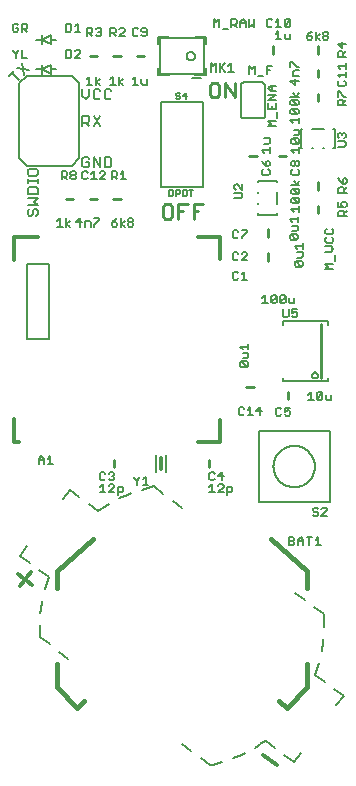
<source format=gbr>
G75*
%MOIN*%
%OFA0B0*%
%FSLAX25Y25*%
%IPPOS*%
%LPD*%
%AMOC8*
5,1,8,0,0,1.08239X$1,22.5*
%
%ADD10C,0.00600*%
%ADD11C,0.00900*%
%ADD12C,0.00500*%
%ADD13C,0.00800*%
%ADD14C,0.01000*%
%ADD15C,0.01600*%
%ADD16C,0.01200*%
%ADD17C,0.01181*%
D10*
X0025891Y0227128D02*
X0025891Y0224859D01*
X0027025Y0223725D01*
X0028159Y0224859D01*
X0028159Y0227128D01*
X0031842Y0226561D02*
X0031275Y0227128D01*
X0030141Y0227128D01*
X0029574Y0226561D01*
X0029574Y0224292D01*
X0030141Y0223725D01*
X0031275Y0223725D01*
X0031842Y0224292D01*
X0035525Y0226561D02*
X0034958Y0227128D01*
X0033824Y0227128D01*
X0033257Y0226561D01*
X0033257Y0224292D01*
X0033824Y0223725D01*
X0034958Y0223725D01*
X0035525Y0224292D01*
X0028159Y0203923D02*
X0027592Y0204490D01*
X0026458Y0204490D01*
X0025891Y0203923D01*
X0025891Y0201655D01*
X0026458Y0201087D01*
X0027592Y0201087D01*
X0028159Y0201655D01*
X0028159Y0202789D01*
X0027025Y0202789D01*
X0029574Y0201087D02*
X0029574Y0204490D01*
X0031842Y0201087D01*
X0031842Y0204490D01*
X0033257Y0204490D02*
X0033257Y0201087D01*
X0034958Y0201087D01*
X0035525Y0201655D01*
X0035525Y0203923D01*
X0034958Y0204490D01*
X0033257Y0204490D01*
X0004739Y0230065D02*
X0002333Y0232471D01*
X0001531Y0231669D02*
X0003135Y0233273D01*
X0004135Y0234273D02*
X0008145Y0233471D01*
X0006541Y0231867D02*
X0005739Y0235878D01*
X0025891Y0214867D02*
X0025891Y0218270D01*
X0027592Y0218270D01*
X0028159Y0217703D01*
X0028159Y0216568D01*
X0027592Y0216001D01*
X0025891Y0216001D01*
X0027025Y0216001D02*
X0028159Y0214867D01*
X0031842Y0214867D02*
X0029574Y0218270D01*
X0031842Y0218270D02*
X0029574Y0214867D01*
X0008183Y0187116D02*
X0007616Y0186549D01*
X0007616Y0185414D01*
X0008183Y0184847D01*
X0008750Y0184847D01*
X0009317Y0185414D01*
X0009317Y0186549D01*
X0009885Y0187116D01*
X0010452Y0187116D01*
X0011019Y0186549D01*
X0011019Y0185414D01*
X0010452Y0184847D01*
X0007616Y0188530D02*
X0011019Y0188530D01*
X0009885Y0189665D01*
X0011019Y0190799D01*
X0007616Y0190799D01*
X0007616Y0192214D02*
X0011019Y0192214D01*
X0011019Y0193915D01*
X0010452Y0194482D01*
X0008183Y0194482D01*
X0007616Y0193915D01*
X0007616Y0192214D01*
X0011019Y0195897D02*
X0011019Y0197031D01*
X0011019Y0196464D02*
X0007616Y0196464D01*
X0007616Y0195897D02*
X0007616Y0197031D01*
X0007616Y0200054D02*
X0007616Y0198919D01*
X0008183Y0198352D01*
X0010452Y0198352D01*
X0011019Y0198919D01*
X0011019Y0200054D01*
X0010452Y0200621D01*
X0008183Y0200621D01*
X0007616Y0200054D01*
X0084409Y0185346D02*
X0090787Y0185346D01*
X0090787Y0196543D02*
X0084409Y0196543D01*
X0090787Y0193000D02*
X0090787Y0188890D01*
X0084409Y0192630D02*
X0084409Y0193000D01*
X0084409Y0189260D02*
X0084409Y0188890D01*
X0084409Y0196173D02*
X0084409Y0196543D01*
X0084409Y0185717D02*
X0084409Y0185346D01*
X0090787Y0185346D02*
X0090787Y0185717D01*
X0090787Y0196173D02*
X0090787Y0196543D01*
X0078677Y0218425D02*
X0078677Y0228425D01*
X0086677Y0218425D02*
X0086675Y0218365D01*
X0086670Y0218304D01*
X0086661Y0218245D01*
X0086648Y0218186D01*
X0086632Y0218127D01*
X0086612Y0218070D01*
X0086589Y0218015D01*
X0086562Y0217960D01*
X0086533Y0217908D01*
X0086500Y0217857D01*
X0086464Y0217808D01*
X0086426Y0217762D01*
X0086384Y0217718D01*
X0086340Y0217676D01*
X0086294Y0217638D01*
X0086245Y0217602D01*
X0086194Y0217569D01*
X0086142Y0217540D01*
X0086087Y0217513D01*
X0086032Y0217490D01*
X0085975Y0217470D01*
X0085916Y0217454D01*
X0085857Y0217441D01*
X0085798Y0217432D01*
X0085737Y0217427D01*
X0085677Y0217425D01*
X0086677Y0228425D02*
X0086675Y0228485D01*
X0086670Y0228546D01*
X0086661Y0228605D01*
X0086648Y0228664D01*
X0086632Y0228723D01*
X0086612Y0228780D01*
X0086589Y0228835D01*
X0086562Y0228890D01*
X0086533Y0228942D01*
X0086500Y0228993D01*
X0086464Y0229042D01*
X0086426Y0229088D01*
X0086384Y0229132D01*
X0086340Y0229174D01*
X0086294Y0229212D01*
X0086245Y0229248D01*
X0086194Y0229281D01*
X0086142Y0229310D01*
X0086087Y0229337D01*
X0086032Y0229360D01*
X0085975Y0229380D01*
X0085916Y0229396D01*
X0085857Y0229409D01*
X0085798Y0229418D01*
X0085737Y0229423D01*
X0085677Y0229425D01*
X0079677Y0229425D02*
X0079617Y0229423D01*
X0079556Y0229418D01*
X0079497Y0229409D01*
X0079438Y0229396D01*
X0079379Y0229380D01*
X0079322Y0229360D01*
X0079267Y0229337D01*
X0079212Y0229310D01*
X0079160Y0229281D01*
X0079109Y0229248D01*
X0079060Y0229212D01*
X0079014Y0229174D01*
X0078970Y0229132D01*
X0078928Y0229088D01*
X0078890Y0229042D01*
X0078854Y0228993D01*
X0078821Y0228942D01*
X0078792Y0228890D01*
X0078765Y0228835D01*
X0078742Y0228780D01*
X0078722Y0228723D01*
X0078706Y0228664D01*
X0078693Y0228605D01*
X0078684Y0228546D01*
X0078679Y0228485D01*
X0078677Y0228425D01*
X0078677Y0218425D02*
X0078679Y0218365D01*
X0078684Y0218304D01*
X0078693Y0218245D01*
X0078706Y0218186D01*
X0078722Y0218127D01*
X0078742Y0218070D01*
X0078765Y0218015D01*
X0078792Y0217960D01*
X0078821Y0217908D01*
X0078854Y0217857D01*
X0078890Y0217808D01*
X0078928Y0217762D01*
X0078970Y0217718D01*
X0079014Y0217676D01*
X0079060Y0217638D01*
X0079109Y0217602D01*
X0079160Y0217569D01*
X0079212Y0217540D01*
X0079267Y0217513D01*
X0079322Y0217490D01*
X0079379Y0217470D01*
X0079438Y0217454D01*
X0079497Y0217441D01*
X0079556Y0217432D01*
X0079617Y0217427D01*
X0079677Y0217425D01*
X0085677Y0217425D01*
X0085677Y0229425D02*
X0079677Y0229425D01*
X0086677Y0228425D02*
X0086677Y0218425D01*
X0109929Y0213819D02*
X0109929Y0207441D01*
X0098732Y0207441D02*
X0098732Y0213819D01*
X0102276Y0213819D02*
X0106386Y0213819D01*
X0102646Y0207441D02*
X0102276Y0207441D01*
X0106016Y0207441D02*
X0106386Y0207441D01*
X0099102Y0207441D02*
X0098732Y0207441D01*
X0109559Y0207441D02*
X0109929Y0207441D01*
X0109929Y0213819D02*
X0109559Y0213819D01*
X0099102Y0213819D02*
X0098732Y0213819D01*
D11*
X0054967Y0188717D02*
X0053399Y0188717D01*
X0052615Y0187933D01*
X0052615Y0184797D01*
X0053399Y0184013D01*
X0054967Y0184013D01*
X0055751Y0184797D01*
X0055751Y0187933D01*
X0054967Y0188717D01*
X0057772Y0184013D02*
X0057772Y0188717D01*
X0060908Y0188717D01*
X0059340Y0186365D02*
X0057772Y0186365D01*
X0062928Y0184013D02*
X0062928Y0188717D01*
X0066064Y0188717D01*
X0064496Y0186365D02*
X0062928Y0186365D01*
X0070715Y0229071D02*
X0069147Y0229071D01*
X0068363Y0228287D01*
X0068363Y0225151D01*
X0069147Y0224367D01*
X0070715Y0224367D01*
X0071499Y0225151D01*
X0071499Y0228287D01*
X0070715Y0229071D01*
X0073520Y0224367D02*
X0073520Y0229071D01*
X0076656Y0224367D01*
X0076656Y0229071D01*
D12*
X0109494Y0167081D02*
X0106792Y0167081D01*
X0107693Y0167981D01*
X0106792Y0168882D01*
X0109494Y0168882D01*
X0109944Y0170027D02*
X0109944Y0171829D01*
X0106792Y0172974D02*
X0108593Y0172974D01*
X0109494Y0173875D01*
X0108593Y0174775D01*
X0106792Y0174775D01*
X0107242Y0177722D02*
X0106792Y0177271D01*
X0106792Y0176371D01*
X0107242Y0175920D01*
X0109044Y0175920D01*
X0109494Y0176371D01*
X0109494Y0177271D01*
X0109044Y0177722D01*
X0107242Y0180668D02*
X0106792Y0180218D01*
X0106792Y0179317D01*
X0107242Y0178867D01*
X0109044Y0178867D01*
X0109494Y0179317D01*
X0109494Y0180218D01*
X0109044Y0180668D01*
X0081451Y0232041D02*
X0081451Y0234744D01*
X0082352Y0233843D01*
X0083252Y0234744D01*
X0083252Y0232041D01*
X0084397Y0231591D02*
X0086199Y0231591D01*
X0087344Y0232041D02*
X0087344Y0234744D01*
X0089145Y0234744D01*
X0088245Y0233392D02*
X0087344Y0233392D01*
X0069640Y0247789D02*
X0069640Y0250492D01*
X0070541Y0249591D01*
X0071441Y0250492D01*
X0071441Y0247789D01*
X0072586Y0247339D02*
X0074388Y0247339D01*
X0075533Y0247789D02*
X0075533Y0250492D01*
X0076884Y0250492D01*
X0077334Y0250041D01*
X0077334Y0249141D01*
X0076884Y0248690D01*
X0075533Y0248690D01*
X0076434Y0248690D02*
X0077334Y0247789D01*
X0078479Y0247789D02*
X0078479Y0249591D01*
X0079380Y0250492D01*
X0080281Y0249591D01*
X0080281Y0247789D01*
X0080281Y0249141D02*
X0078479Y0249141D01*
X0081426Y0250492D02*
X0081426Y0247789D01*
X0082327Y0248690D01*
X0083227Y0247789D01*
X0083227Y0250492D01*
X0020427Y0240157D02*
X0020427Y0237455D01*
X0021778Y0237455D01*
X0022229Y0237905D01*
X0022229Y0239707D01*
X0021778Y0240157D01*
X0020427Y0240157D01*
X0025175Y0237455D02*
X0023374Y0237455D01*
X0025175Y0239256D01*
X0025175Y0239707D01*
X0024725Y0240157D01*
X0023824Y0240157D01*
X0023374Y0239707D01*
X0002711Y0240157D02*
X0002711Y0239707D01*
X0003611Y0238806D01*
X0004512Y0239707D01*
X0004512Y0240157D01*
X0003611Y0238806D02*
X0003611Y0237455D01*
X0005657Y0240157D02*
X0005657Y0237455D01*
X0007459Y0237455D01*
X0020427Y0249015D02*
X0020427Y0246313D01*
X0021778Y0246313D01*
X0022229Y0246763D01*
X0022229Y0248565D01*
X0021778Y0249015D01*
X0020427Y0249015D01*
X0023374Y0248115D02*
X0024274Y0249015D01*
X0024274Y0246313D01*
X0023374Y0246313D02*
X0025175Y0246313D01*
X0004512Y0248565D02*
X0004062Y0249015D01*
X0003161Y0249015D01*
X0002711Y0248565D01*
X0002711Y0246763D01*
X0003161Y0246313D01*
X0004062Y0246313D01*
X0004512Y0246763D01*
X0004512Y0247664D01*
X0003611Y0247664D01*
X0005657Y0246313D02*
X0005657Y0249015D01*
X0007008Y0249015D01*
X0007459Y0248565D01*
X0007459Y0247664D01*
X0007008Y0247214D01*
X0005657Y0247214D01*
X0006558Y0247214D02*
X0007459Y0246313D01*
X0027317Y0244837D02*
X0027317Y0247539D01*
X0028668Y0247539D01*
X0029118Y0247089D01*
X0029118Y0246188D01*
X0028668Y0245737D01*
X0027317Y0245737D01*
X0028218Y0245737D02*
X0029118Y0244837D01*
X0030263Y0247089D02*
X0030714Y0247539D01*
X0031615Y0247539D01*
X0032065Y0247089D01*
X0032065Y0246638D01*
X0031615Y0246188D01*
X0031164Y0246188D01*
X0031615Y0246188D02*
X0032065Y0245737D01*
X0032065Y0245287D01*
X0031615Y0244837D01*
X0030714Y0244837D01*
X0030263Y0245287D01*
X0027317Y0230398D02*
X0028218Y0231299D01*
X0028218Y0228596D01*
X0029118Y0228596D02*
X0027317Y0228596D01*
X0030263Y0228596D02*
X0030263Y0231299D01*
X0031615Y0228596D02*
X0030263Y0229497D01*
X0031615Y0230398D01*
X0035191Y0244837D02*
X0035191Y0247539D01*
X0036542Y0247539D01*
X0036992Y0247089D01*
X0036992Y0246188D01*
X0036542Y0245737D01*
X0035191Y0245737D01*
X0036092Y0245737D02*
X0036992Y0244837D01*
X0039939Y0244837D02*
X0038137Y0244837D01*
X0039939Y0246638D01*
X0039939Y0247089D01*
X0039489Y0247539D01*
X0038588Y0247539D01*
X0038137Y0247089D01*
X0035191Y0230398D02*
X0036092Y0231299D01*
X0036092Y0228596D01*
X0036992Y0228596D02*
X0035191Y0228596D01*
X0038137Y0228596D02*
X0038137Y0231299D01*
X0039489Y0228596D02*
X0038137Y0229497D01*
X0039489Y0230398D01*
X0094738Y0075053D02*
X0094738Y0077755D01*
X0096089Y0077755D01*
X0096540Y0077305D01*
X0096540Y0076855D01*
X0096089Y0076404D01*
X0096540Y0075954D01*
X0096540Y0075504D01*
X0096089Y0075053D01*
X0094738Y0075053D01*
X0094738Y0076404D02*
X0096089Y0076404D01*
X0097685Y0075053D02*
X0097685Y0076855D01*
X0098585Y0077755D01*
X0099486Y0076855D01*
X0099486Y0075053D01*
X0099486Y0076404D02*
X0097685Y0076404D01*
X0101532Y0075053D02*
X0101532Y0077755D01*
X0100631Y0077755D02*
X0102433Y0077755D01*
X0103578Y0076855D02*
X0104479Y0077755D01*
X0104479Y0075053D01*
X0105379Y0075053D02*
X0103578Y0075053D01*
X0077839Y0165888D02*
X0077389Y0166338D01*
X0076488Y0166338D01*
X0076037Y0165888D01*
X0076037Y0164086D01*
X0076488Y0163636D01*
X0077389Y0163636D01*
X0077839Y0164086D01*
X0078984Y0165437D02*
X0079885Y0166338D01*
X0079885Y0163636D01*
X0080785Y0163636D02*
X0078984Y0163636D01*
X0085880Y0157563D02*
X0086781Y0158464D01*
X0086781Y0155762D01*
X0087681Y0155762D02*
X0085880Y0155762D01*
X0088826Y0156212D02*
X0088826Y0158014D01*
X0089277Y0158464D01*
X0090178Y0158464D01*
X0090628Y0158014D01*
X0090628Y0156212D01*
X0090178Y0155762D01*
X0089277Y0155762D01*
X0088826Y0156212D01*
X0090628Y0158014D01*
X0091773Y0156212D02*
X0091773Y0158014D01*
X0092223Y0158464D01*
X0093124Y0158464D01*
X0093574Y0158014D01*
X0093574Y0156212D01*
X0093124Y0155762D01*
X0092223Y0155762D01*
X0091773Y0156212D01*
X0093574Y0158014D01*
X0094719Y0157563D02*
X0094719Y0156212D01*
X0095170Y0155762D01*
X0096521Y0155762D01*
X0096521Y0157563D01*
X0086081Y0200378D02*
X0085630Y0199928D01*
X0085630Y0199027D01*
X0086081Y0198577D01*
X0087882Y0198577D01*
X0088333Y0199027D01*
X0088333Y0199928D01*
X0087882Y0200378D01*
X0085630Y0203325D02*
X0086081Y0202424D01*
X0086982Y0201523D01*
X0087882Y0201523D01*
X0088333Y0201974D01*
X0088333Y0202874D01*
X0087882Y0203325D01*
X0087432Y0203325D01*
X0086982Y0202874D01*
X0086982Y0201523D01*
X0086531Y0205959D02*
X0085630Y0206859D01*
X0088333Y0206859D01*
X0088333Y0205959D02*
X0088333Y0207760D01*
X0086531Y0208905D02*
X0087882Y0208905D01*
X0088333Y0209356D01*
X0088333Y0210707D01*
X0086531Y0210707D01*
X0095923Y0200378D02*
X0095473Y0199928D01*
X0095473Y0199027D01*
X0095923Y0198577D01*
X0097725Y0198577D01*
X0098175Y0199027D01*
X0098175Y0199928D01*
X0097725Y0200378D01*
X0095923Y0201523D02*
X0095473Y0201974D01*
X0095473Y0202874D01*
X0095923Y0203325D01*
X0096374Y0203325D01*
X0096824Y0202874D01*
X0097274Y0203325D01*
X0097725Y0203325D01*
X0098175Y0202874D01*
X0098175Y0201974D01*
X0097725Y0201523D01*
X0097274Y0201523D01*
X0096824Y0201974D01*
X0096374Y0201523D01*
X0095923Y0201523D01*
X0096824Y0201974D02*
X0096824Y0202874D01*
X0096374Y0205959D02*
X0095473Y0206859D01*
X0098175Y0206859D01*
X0098175Y0205959D02*
X0098175Y0207760D01*
X0097725Y0208905D02*
X0095923Y0208905D01*
X0095473Y0209356D01*
X0095473Y0210256D01*
X0095923Y0210707D01*
X0097725Y0210707D01*
X0098175Y0210256D01*
X0098175Y0209356D01*
X0097725Y0208905D01*
X0095923Y0210707D01*
X0096374Y0211852D02*
X0097725Y0211852D01*
X0098175Y0212302D01*
X0098175Y0213653D01*
X0096374Y0213653D01*
X0113923Y0184797D02*
X0111221Y0184797D01*
X0111221Y0186148D01*
X0111671Y0186599D01*
X0112572Y0186599D01*
X0113022Y0186148D01*
X0113022Y0184797D01*
X0113022Y0185698D02*
X0113923Y0186599D01*
X0111221Y0189545D02*
X0111221Y0187744D01*
X0112572Y0187744D01*
X0112122Y0188645D01*
X0112122Y0189095D01*
X0112572Y0189545D01*
X0113473Y0189545D01*
X0113923Y0189095D01*
X0113923Y0188194D01*
X0113473Y0187744D01*
X0111426Y0229925D02*
X0110976Y0229474D01*
X0110976Y0228573D01*
X0111426Y0228123D01*
X0113228Y0228123D01*
X0113678Y0228573D01*
X0113678Y0229474D01*
X0113228Y0229925D01*
X0111877Y0231070D02*
X0110976Y0231970D01*
X0113678Y0231970D01*
X0113678Y0231070D02*
X0113678Y0232871D01*
X0111877Y0234016D02*
X0110976Y0234917D01*
X0113678Y0234917D01*
X0113678Y0234016D02*
X0113678Y0235818D01*
X0097930Y0229966D02*
X0095228Y0229966D01*
X0096579Y0228615D01*
X0096579Y0230417D01*
X0097930Y0231562D02*
X0096129Y0231562D01*
X0096129Y0232913D01*
X0096579Y0233363D01*
X0097930Y0233363D01*
X0095228Y0234508D02*
X0095228Y0236310D01*
X0095678Y0236310D01*
X0097480Y0234508D01*
X0097930Y0234508D01*
X0076527Y0190715D02*
X0078779Y0190715D01*
X0079230Y0191166D01*
X0079230Y0192066D01*
X0078779Y0192517D01*
X0076527Y0192517D01*
X0079230Y0195463D02*
X0079230Y0193662D01*
X0077428Y0195463D01*
X0076978Y0195463D01*
X0076527Y0195013D01*
X0076527Y0194112D01*
X0076978Y0193662D01*
X0092195Y0120528D02*
X0091745Y0120978D01*
X0090844Y0120978D01*
X0090393Y0120528D01*
X0090393Y0118726D01*
X0090844Y0118276D01*
X0091745Y0118276D01*
X0092195Y0118726D01*
X0095142Y0120978D02*
X0093340Y0120978D01*
X0093340Y0119627D01*
X0094241Y0120077D01*
X0094691Y0120077D01*
X0095142Y0119627D01*
X0095142Y0118726D01*
X0094691Y0118276D01*
X0093790Y0118276D01*
X0093340Y0118726D01*
X0101155Y0125328D02*
X0102055Y0126229D01*
X0102055Y0123526D01*
X0101155Y0123526D02*
X0102956Y0123526D01*
X0104101Y0123977D02*
X0104101Y0125778D01*
X0104551Y0126229D01*
X0105452Y0126229D01*
X0105903Y0125778D01*
X0105903Y0123977D01*
X0105452Y0123526D01*
X0104551Y0123526D01*
X0104101Y0123977D01*
X0105903Y0125778D01*
X0107048Y0125328D02*
X0107048Y0123977D01*
X0107498Y0123526D01*
X0108849Y0123526D01*
X0108849Y0125328D01*
X0043065Y0097933D02*
X0043065Y0097482D01*
X0043966Y0096581D01*
X0044866Y0097482D01*
X0044866Y0097933D01*
X0043966Y0096581D02*
X0043966Y0095230D01*
X0046011Y0097032D02*
X0046912Y0097933D01*
X0046912Y0095230D01*
X0046011Y0095230D02*
X0047813Y0095230D01*
X0033548Y0098959D02*
X0033097Y0099409D01*
X0032196Y0099409D01*
X0031746Y0098959D01*
X0031746Y0097157D01*
X0032196Y0096707D01*
X0033097Y0096707D01*
X0033548Y0097157D01*
X0034693Y0098959D02*
X0035143Y0099409D01*
X0036044Y0099409D01*
X0036494Y0098959D01*
X0036494Y0098508D01*
X0036044Y0098058D01*
X0035593Y0098058D01*
X0036044Y0098058D02*
X0036494Y0097607D01*
X0036494Y0097157D01*
X0036044Y0096707D01*
X0035143Y0096707D01*
X0034693Y0097157D01*
X0031746Y0094571D02*
X0032647Y0095472D01*
X0032647Y0092770D01*
X0031746Y0092770D02*
X0033548Y0092770D01*
X0036494Y0092770D02*
X0034693Y0092770D01*
X0036494Y0094571D01*
X0036494Y0095022D01*
X0036044Y0095472D01*
X0035143Y0095472D01*
X0034693Y0095022D01*
X0037639Y0091869D02*
X0037639Y0094571D01*
X0038990Y0094571D01*
X0039441Y0094121D01*
X0039441Y0093220D01*
X0038990Y0092770D01*
X0037639Y0092770D01*
X0069965Y0098959D02*
X0069515Y0099409D01*
X0068614Y0099409D01*
X0068163Y0098959D01*
X0068163Y0097157D01*
X0068614Y0096707D01*
X0069515Y0096707D01*
X0069965Y0097157D01*
X0072461Y0096707D02*
X0072461Y0099409D01*
X0071110Y0098058D01*
X0072911Y0098058D01*
X0068163Y0094571D02*
X0069064Y0095472D01*
X0069064Y0092770D01*
X0068163Y0092770D02*
X0069965Y0092770D01*
X0072911Y0092770D02*
X0071110Y0092770D01*
X0072911Y0094571D01*
X0072911Y0095022D01*
X0072461Y0095472D01*
X0071560Y0095472D01*
X0071110Y0095022D01*
X0074056Y0091869D02*
X0074056Y0094571D01*
X0075408Y0094571D01*
X0075858Y0094121D01*
X0075858Y0093220D01*
X0075408Y0092770D01*
X0074056Y0092770D01*
X0090423Y0214704D02*
X0087721Y0214704D01*
X0088622Y0215604D01*
X0087721Y0216505D01*
X0090423Y0216505D01*
X0090873Y0217650D02*
X0090873Y0219452D01*
X0087721Y0222398D02*
X0087721Y0220597D01*
X0090423Y0220597D01*
X0090423Y0222398D01*
X0089072Y0221497D02*
X0089072Y0220597D01*
X0090423Y0223543D02*
X0087721Y0223543D01*
X0090423Y0225345D01*
X0087721Y0225345D01*
X0090423Y0226490D02*
X0088622Y0226490D01*
X0087721Y0227390D01*
X0088622Y0228291D01*
X0090423Y0228291D01*
X0089072Y0228291D02*
X0089072Y0226490D01*
X0007402Y0168701D02*
X0014902Y0168701D01*
X0014902Y0143701D01*
X0007402Y0143701D01*
X0007402Y0168701D01*
X0011325Y0102089D02*
X0011325Y0103891D01*
X0012226Y0104792D01*
X0013127Y0103891D01*
X0013127Y0102089D01*
X0013127Y0103441D02*
X0011325Y0103441D01*
X0014272Y0103891D02*
X0015173Y0104792D01*
X0015173Y0102089D01*
X0014272Y0102089D02*
X0016074Y0102089D01*
X0077839Y0179667D02*
X0077389Y0180118D01*
X0076488Y0180118D01*
X0076037Y0179667D01*
X0076037Y0177866D01*
X0076488Y0177415D01*
X0077389Y0177415D01*
X0077839Y0177866D01*
X0078984Y0180118D02*
X0080785Y0180118D01*
X0080785Y0179667D01*
X0078984Y0177866D01*
X0078984Y0177415D01*
X0097233Y0176923D02*
X0095431Y0176923D01*
X0094981Y0177374D01*
X0094981Y0178274D01*
X0095431Y0178725D01*
X0097233Y0178725D01*
X0097683Y0178274D01*
X0097683Y0177374D01*
X0097233Y0176923D01*
X0095431Y0178725D01*
X0095882Y0179870D02*
X0097233Y0179870D01*
X0097683Y0180320D01*
X0097683Y0181671D01*
X0095882Y0181671D01*
X0095882Y0182816D02*
X0094981Y0183717D01*
X0097683Y0183717D01*
X0097683Y0182816D02*
X0097683Y0184618D01*
X0110976Y0207940D02*
X0113228Y0207940D01*
X0113678Y0208390D01*
X0113678Y0209291D01*
X0113228Y0209741D01*
X0110976Y0209741D01*
X0111426Y0210886D02*
X0110976Y0211337D01*
X0110976Y0212237D01*
X0111426Y0212688D01*
X0111877Y0212688D01*
X0112327Y0212237D01*
X0112327Y0211787D01*
X0112327Y0212237D02*
X0112778Y0212688D01*
X0113228Y0212688D01*
X0113678Y0212237D01*
X0113678Y0211337D01*
X0113228Y0210886D01*
X0066457Y0244094D02*
X0066457Y0232283D01*
X0051654Y0232283D01*
X0051654Y0244094D01*
X0066457Y0244094D01*
X0060616Y0238189D02*
X0060618Y0238263D01*
X0060624Y0238337D01*
X0060634Y0238410D01*
X0060647Y0238483D01*
X0060665Y0238555D01*
X0060686Y0238626D01*
X0060712Y0238696D01*
X0060740Y0238764D01*
X0060773Y0238831D01*
X0060809Y0238896D01*
X0060848Y0238958D01*
X0060891Y0239019D01*
X0060936Y0239077D01*
X0060985Y0239133D01*
X0061037Y0239186D01*
X0061091Y0239237D01*
X0061148Y0239284D01*
X0061208Y0239328D01*
X0061270Y0239369D01*
X0061334Y0239407D01*
X0061399Y0239441D01*
X0061467Y0239471D01*
X0061536Y0239498D01*
X0061606Y0239522D01*
X0061678Y0239541D01*
X0061750Y0239557D01*
X0061823Y0239569D01*
X0061897Y0239577D01*
X0061971Y0239581D01*
X0062045Y0239581D01*
X0062119Y0239577D01*
X0062193Y0239569D01*
X0062266Y0239557D01*
X0062338Y0239541D01*
X0062410Y0239522D01*
X0062480Y0239498D01*
X0062549Y0239471D01*
X0062617Y0239441D01*
X0062682Y0239407D01*
X0062746Y0239369D01*
X0062808Y0239328D01*
X0062868Y0239284D01*
X0062925Y0239237D01*
X0062979Y0239186D01*
X0063031Y0239133D01*
X0063080Y0239077D01*
X0063125Y0239019D01*
X0063168Y0238958D01*
X0063207Y0238896D01*
X0063243Y0238831D01*
X0063276Y0238764D01*
X0063304Y0238696D01*
X0063330Y0238626D01*
X0063351Y0238555D01*
X0063369Y0238483D01*
X0063382Y0238410D01*
X0063392Y0238337D01*
X0063398Y0238263D01*
X0063400Y0238189D01*
X0063398Y0238115D01*
X0063392Y0238041D01*
X0063382Y0237968D01*
X0063369Y0237895D01*
X0063351Y0237823D01*
X0063330Y0237752D01*
X0063304Y0237682D01*
X0063276Y0237614D01*
X0063243Y0237547D01*
X0063207Y0237482D01*
X0063168Y0237420D01*
X0063125Y0237359D01*
X0063080Y0237301D01*
X0063031Y0237245D01*
X0062979Y0237192D01*
X0062925Y0237141D01*
X0062868Y0237094D01*
X0062808Y0237050D01*
X0062746Y0237009D01*
X0062682Y0236971D01*
X0062617Y0236937D01*
X0062549Y0236907D01*
X0062480Y0236880D01*
X0062410Y0236856D01*
X0062338Y0236837D01*
X0062266Y0236821D01*
X0062193Y0236809D01*
X0062119Y0236801D01*
X0062045Y0236797D01*
X0061971Y0236797D01*
X0061897Y0236801D01*
X0061823Y0236809D01*
X0061750Y0236821D01*
X0061678Y0236837D01*
X0061606Y0236856D01*
X0061536Y0236880D01*
X0061467Y0236907D01*
X0061399Y0236937D01*
X0061334Y0236971D01*
X0061270Y0237009D01*
X0061208Y0237050D01*
X0061148Y0237094D01*
X0061091Y0237141D01*
X0061037Y0237192D01*
X0060985Y0237245D01*
X0060936Y0237301D01*
X0060891Y0237359D01*
X0060848Y0237420D01*
X0060809Y0237482D01*
X0060773Y0237547D01*
X0060740Y0237614D01*
X0060712Y0237682D01*
X0060686Y0237752D01*
X0060665Y0237823D01*
X0060647Y0237895D01*
X0060634Y0237968D01*
X0060624Y0238041D01*
X0060618Y0238115D01*
X0060616Y0238189D01*
X0062402Y0230906D02*
X0065354Y0230906D01*
X0066929Y0242126D02*
X0066929Y0244488D01*
X0063386Y0244488D01*
X0066929Y0234252D02*
X0066929Y0231890D01*
X0063386Y0231890D01*
X0054724Y0231890D02*
X0051181Y0231890D01*
X0051181Y0234252D01*
X0054724Y0244488D02*
X0051181Y0244488D01*
X0051181Y0242126D01*
X0068656Y0233026D02*
X0068656Y0235728D01*
X0069556Y0234827D01*
X0070457Y0235728D01*
X0070457Y0233026D01*
X0071602Y0233026D02*
X0071602Y0235728D01*
X0071602Y0233926D02*
X0073404Y0235728D01*
X0072052Y0234377D02*
X0073404Y0233026D01*
X0074549Y0234827D02*
X0075449Y0235728D01*
X0075449Y0233026D01*
X0074549Y0233026D02*
X0076350Y0233026D01*
X0044374Y0247089D02*
X0043924Y0247539D01*
X0043023Y0247539D01*
X0042573Y0247089D01*
X0042573Y0245287D01*
X0043023Y0244837D01*
X0043924Y0244837D01*
X0044374Y0245287D01*
X0045519Y0245287D02*
X0045970Y0244837D01*
X0046870Y0244837D01*
X0047321Y0245287D01*
X0047321Y0247089D01*
X0046870Y0247539D01*
X0045970Y0247539D01*
X0045519Y0247089D01*
X0045519Y0246638D01*
X0045970Y0246188D01*
X0047321Y0246188D01*
X0042573Y0230398D02*
X0043474Y0231299D01*
X0043474Y0228596D01*
X0044374Y0228596D02*
X0042573Y0228596D01*
X0045519Y0230398D02*
X0045519Y0229047D01*
X0045970Y0228596D01*
X0047321Y0228596D01*
X0047321Y0230398D01*
X0113923Y0192671D02*
X0111221Y0192671D01*
X0111221Y0194022D01*
X0111671Y0194473D01*
X0112572Y0194473D01*
X0113022Y0194022D01*
X0113022Y0192671D01*
X0113022Y0193572D02*
X0113923Y0194473D01*
X0111221Y0197419D02*
X0111671Y0196519D01*
X0112572Y0195618D01*
X0113473Y0195618D01*
X0113923Y0196068D01*
X0113923Y0196969D01*
X0113473Y0197419D01*
X0113022Y0197419D01*
X0112572Y0196969D01*
X0112572Y0195618D01*
X0096374Y0186274D02*
X0095473Y0187174D01*
X0098175Y0187174D01*
X0098175Y0186274D02*
X0098175Y0188075D01*
X0097725Y0189220D02*
X0095923Y0189220D01*
X0095473Y0189671D01*
X0095473Y0190571D01*
X0095923Y0191022D01*
X0097725Y0191022D01*
X0098175Y0190571D01*
X0098175Y0189671D01*
X0097725Y0189220D01*
X0095923Y0191022D01*
X0097725Y0192167D02*
X0095923Y0192167D01*
X0095473Y0192617D01*
X0095473Y0193518D01*
X0095923Y0193968D01*
X0097725Y0193968D01*
X0098175Y0193518D01*
X0098175Y0192617D01*
X0097725Y0192167D01*
X0095923Y0193968D01*
X0095473Y0195113D02*
X0098175Y0195113D01*
X0098175Y0196464D02*
X0097274Y0195113D01*
X0096374Y0196464D01*
X0113678Y0237959D02*
X0110976Y0237959D01*
X0110976Y0239310D01*
X0111426Y0239761D01*
X0112327Y0239761D01*
X0112778Y0239310D01*
X0112778Y0237959D01*
X0112778Y0238860D02*
X0113678Y0239761D01*
X0113678Y0242257D02*
X0110976Y0242257D01*
X0112327Y0240906D01*
X0112327Y0242707D01*
X0102463Y0246307D02*
X0101562Y0245857D01*
X0100661Y0244956D01*
X0100661Y0244055D01*
X0101112Y0243605D01*
X0102013Y0243605D01*
X0102463Y0244055D01*
X0102463Y0244506D01*
X0102013Y0244956D01*
X0100661Y0244956D01*
X0103608Y0243605D02*
X0103608Y0246307D01*
X0104959Y0243605D02*
X0103608Y0244506D01*
X0104959Y0245407D01*
X0106063Y0245857D02*
X0106514Y0246307D01*
X0107414Y0246307D01*
X0107865Y0245857D01*
X0107865Y0245407D01*
X0107414Y0244956D01*
X0107865Y0244506D01*
X0107865Y0244055D01*
X0107414Y0243605D01*
X0106514Y0243605D01*
X0106063Y0244055D01*
X0106063Y0244506D01*
X0106514Y0244956D01*
X0106063Y0245407D01*
X0106063Y0245857D01*
X0106514Y0244956D02*
X0107414Y0244956D01*
X0113678Y0221719D02*
X0110976Y0221719D01*
X0110976Y0223070D01*
X0111426Y0223521D01*
X0112327Y0223521D01*
X0112778Y0223070D01*
X0112778Y0221719D01*
X0112778Y0222620D02*
X0113678Y0223521D01*
X0110976Y0224666D02*
X0110976Y0226467D01*
X0111426Y0226467D01*
X0113228Y0224666D01*
X0113678Y0224666D01*
X0096129Y0215825D02*
X0095228Y0216726D01*
X0097930Y0216726D01*
X0097930Y0215825D02*
X0097930Y0217627D01*
X0097480Y0218772D02*
X0095678Y0218772D01*
X0095228Y0219222D01*
X0095228Y0220123D01*
X0095678Y0220573D01*
X0097480Y0220573D01*
X0097930Y0220123D01*
X0097930Y0219222D01*
X0097480Y0218772D01*
X0095678Y0220573D01*
X0097480Y0221718D02*
X0095678Y0221718D01*
X0095228Y0222169D01*
X0095228Y0223069D01*
X0095678Y0223520D01*
X0097480Y0223520D01*
X0097930Y0223069D01*
X0097930Y0222169D01*
X0097480Y0221718D01*
X0095678Y0223520D01*
X0095228Y0224665D02*
X0097930Y0224665D01*
X0097930Y0226016D02*
X0097030Y0224665D01*
X0096129Y0226016D01*
X0089158Y0250041D02*
X0088707Y0250492D01*
X0087807Y0250492D01*
X0087356Y0250041D01*
X0087356Y0248240D01*
X0087807Y0247789D01*
X0088707Y0247789D01*
X0089158Y0248240D01*
X0090303Y0249591D02*
X0091204Y0250492D01*
X0091204Y0247789D01*
X0092104Y0247789D02*
X0090303Y0247789D01*
X0093249Y0248240D02*
X0093249Y0250041D01*
X0093700Y0250492D01*
X0094600Y0250492D01*
X0095051Y0250041D01*
X0095051Y0248240D01*
X0094600Y0247789D01*
X0093700Y0247789D01*
X0093249Y0248240D01*
X0095051Y0250041D01*
X0090309Y0245654D02*
X0091210Y0246555D01*
X0091210Y0243852D01*
X0090309Y0243852D02*
X0092111Y0243852D01*
X0093256Y0245654D02*
X0093256Y0244303D01*
X0093706Y0243852D01*
X0095057Y0243852D01*
X0095057Y0245654D01*
X0022264Y0201535D02*
X0007264Y0201535D01*
X0004764Y0204035D01*
X0022264Y0201535D02*
X0024764Y0204035D01*
X0024764Y0229035D01*
X0022264Y0231535D01*
X0007264Y0231535D01*
X0004764Y0229035D01*
X0004764Y0204035D01*
X0108268Y0113189D02*
X0084646Y0113189D01*
X0084646Y0089567D01*
X0108268Y0089567D01*
X0108268Y0113189D01*
X0089567Y0101378D02*
X0089569Y0101547D01*
X0089575Y0101716D01*
X0089586Y0101885D01*
X0089600Y0102053D01*
X0089619Y0102221D01*
X0089642Y0102389D01*
X0089668Y0102556D01*
X0089699Y0102722D01*
X0089734Y0102888D01*
X0089773Y0103052D01*
X0089817Y0103216D01*
X0089864Y0103378D01*
X0089915Y0103539D01*
X0089970Y0103699D01*
X0090029Y0103858D01*
X0090091Y0104015D01*
X0090158Y0104170D01*
X0090229Y0104324D01*
X0090303Y0104476D01*
X0090381Y0104626D01*
X0090462Y0104774D01*
X0090547Y0104920D01*
X0090636Y0105064D01*
X0090728Y0105206D01*
X0090824Y0105345D01*
X0090923Y0105482D01*
X0091025Y0105617D01*
X0091131Y0105749D01*
X0091240Y0105878D01*
X0091352Y0106005D01*
X0091467Y0106129D01*
X0091585Y0106250D01*
X0091706Y0106368D01*
X0091830Y0106483D01*
X0091957Y0106595D01*
X0092086Y0106704D01*
X0092218Y0106810D01*
X0092353Y0106912D01*
X0092490Y0107011D01*
X0092629Y0107107D01*
X0092771Y0107199D01*
X0092915Y0107288D01*
X0093061Y0107373D01*
X0093209Y0107454D01*
X0093359Y0107532D01*
X0093511Y0107606D01*
X0093665Y0107677D01*
X0093820Y0107744D01*
X0093977Y0107806D01*
X0094136Y0107865D01*
X0094296Y0107920D01*
X0094457Y0107971D01*
X0094619Y0108018D01*
X0094783Y0108062D01*
X0094947Y0108101D01*
X0095113Y0108136D01*
X0095279Y0108167D01*
X0095446Y0108193D01*
X0095614Y0108216D01*
X0095782Y0108235D01*
X0095950Y0108249D01*
X0096119Y0108260D01*
X0096288Y0108266D01*
X0096457Y0108268D01*
X0096626Y0108266D01*
X0096795Y0108260D01*
X0096964Y0108249D01*
X0097132Y0108235D01*
X0097300Y0108216D01*
X0097468Y0108193D01*
X0097635Y0108167D01*
X0097801Y0108136D01*
X0097967Y0108101D01*
X0098131Y0108062D01*
X0098295Y0108018D01*
X0098457Y0107971D01*
X0098618Y0107920D01*
X0098778Y0107865D01*
X0098937Y0107806D01*
X0099094Y0107744D01*
X0099249Y0107677D01*
X0099403Y0107606D01*
X0099555Y0107532D01*
X0099705Y0107454D01*
X0099853Y0107373D01*
X0099999Y0107288D01*
X0100143Y0107199D01*
X0100285Y0107107D01*
X0100424Y0107011D01*
X0100561Y0106912D01*
X0100696Y0106810D01*
X0100828Y0106704D01*
X0100957Y0106595D01*
X0101084Y0106483D01*
X0101208Y0106368D01*
X0101329Y0106250D01*
X0101447Y0106129D01*
X0101562Y0106005D01*
X0101674Y0105878D01*
X0101783Y0105749D01*
X0101889Y0105617D01*
X0101991Y0105482D01*
X0102090Y0105345D01*
X0102186Y0105206D01*
X0102278Y0105064D01*
X0102367Y0104920D01*
X0102452Y0104774D01*
X0102533Y0104626D01*
X0102611Y0104476D01*
X0102685Y0104324D01*
X0102756Y0104170D01*
X0102823Y0104015D01*
X0102885Y0103858D01*
X0102944Y0103699D01*
X0102999Y0103539D01*
X0103050Y0103378D01*
X0103097Y0103216D01*
X0103141Y0103052D01*
X0103180Y0102888D01*
X0103215Y0102722D01*
X0103246Y0102556D01*
X0103272Y0102389D01*
X0103295Y0102221D01*
X0103314Y0102053D01*
X0103328Y0101885D01*
X0103339Y0101716D01*
X0103345Y0101547D01*
X0103347Y0101378D01*
X0103345Y0101209D01*
X0103339Y0101040D01*
X0103328Y0100871D01*
X0103314Y0100703D01*
X0103295Y0100535D01*
X0103272Y0100367D01*
X0103246Y0100200D01*
X0103215Y0100034D01*
X0103180Y0099868D01*
X0103141Y0099704D01*
X0103097Y0099540D01*
X0103050Y0099378D01*
X0102999Y0099217D01*
X0102944Y0099057D01*
X0102885Y0098898D01*
X0102823Y0098741D01*
X0102756Y0098586D01*
X0102685Y0098432D01*
X0102611Y0098280D01*
X0102533Y0098130D01*
X0102452Y0097982D01*
X0102367Y0097836D01*
X0102278Y0097692D01*
X0102186Y0097550D01*
X0102090Y0097411D01*
X0101991Y0097274D01*
X0101889Y0097139D01*
X0101783Y0097007D01*
X0101674Y0096878D01*
X0101562Y0096751D01*
X0101447Y0096627D01*
X0101329Y0096506D01*
X0101208Y0096388D01*
X0101084Y0096273D01*
X0100957Y0096161D01*
X0100828Y0096052D01*
X0100696Y0095946D01*
X0100561Y0095844D01*
X0100424Y0095745D01*
X0100285Y0095649D01*
X0100143Y0095557D01*
X0099999Y0095468D01*
X0099853Y0095383D01*
X0099705Y0095302D01*
X0099555Y0095224D01*
X0099403Y0095150D01*
X0099249Y0095079D01*
X0099094Y0095012D01*
X0098937Y0094950D01*
X0098778Y0094891D01*
X0098618Y0094836D01*
X0098457Y0094785D01*
X0098295Y0094738D01*
X0098131Y0094694D01*
X0097967Y0094655D01*
X0097801Y0094620D01*
X0097635Y0094589D01*
X0097468Y0094563D01*
X0097300Y0094540D01*
X0097132Y0094521D01*
X0096964Y0094507D01*
X0096795Y0094496D01*
X0096626Y0094490D01*
X0096457Y0094488D01*
X0096288Y0094490D01*
X0096119Y0094496D01*
X0095950Y0094507D01*
X0095782Y0094521D01*
X0095614Y0094540D01*
X0095446Y0094563D01*
X0095279Y0094589D01*
X0095113Y0094620D01*
X0094947Y0094655D01*
X0094783Y0094694D01*
X0094619Y0094738D01*
X0094457Y0094785D01*
X0094296Y0094836D01*
X0094136Y0094891D01*
X0093977Y0094950D01*
X0093820Y0095012D01*
X0093665Y0095079D01*
X0093511Y0095150D01*
X0093359Y0095224D01*
X0093209Y0095302D01*
X0093061Y0095383D01*
X0092915Y0095468D01*
X0092771Y0095557D01*
X0092629Y0095649D01*
X0092490Y0095745D01*
X0092353Y0095844D01*
X0092218Y0095946D01*
X0092086Y0096052D01*
X0091957Y0096161D01*
X0091830Y0096273D01*
X0091706Y0096388D01*
X0091585Y0096506D01*
X0091467Y0096627D01*
X0091352Y0096751D01*
X0091240Y0096878D01*
X0091131Y0097007D01*
X0091025Y0097139D01*
X0090923Y0097274D01*
X0090824Y0097411D01*
X0090728Y0097550D01*
X0090636Y0097692D01*
X0090547Y0097836D01*
X0090462Y0097982D01*
X0090381Y0098130D01*
X0090303Y0098280D01*
X0090229Y0098432D01*
X0090158Y0098586D01*
X0090091Y0098741D01*
X0090029Y0098898D01*
X0089970Y0099057D01*
X0089915Y0099217D01*
X0089864Y0099378D01*
X0089817Y0099540D01*
X0089773Y0099704D01*
X0089734Y0099868D01*
X0089699Y0100034D01*
X0089668Y0100200D01*
X0089642Y0100367D01*
X0089619Y0100535D01*
X0089600Y0100703D01*
X0089586Y0100871D01*
X0089575Y0101040D01*
X0089569Y0101209D01*
X0089567Y0101378D01*
X0104426Y0087148D02*
X0103976Y0087598D01*
X0103075Y0087598D01*
X0102625Y0087148D01*
X0102625Y0086697D01*
X0103075Y0086247D01*
X0103976Y0086247D01*
X0104426Y0085796D01*
X0104426Y0085346D01*
X0103976Y0084896D01*
X0103075Y0084896D01*
X0102625Y0085346D01*
X0107373Y0084896D02*
X0105571Y0084896D01*
X0107373Y0086697D01*
X0107373Y0087148D01*
X0106922Y0087598D01*
X0106022Y0087598D01*
X0105571Y0087148D01*
X0018951Y0197100D02*
X0018951Y0199803D01*
X0020302Y0199803D01*
X0020752Y0199352D01*
X0020752Y0198452D01*
X0020302Y0198001D01*
X0018951Y0198001D01*
X0019852Y0198001D02*
X0020752Y0197100D01*
X0021897Y0199352D02*
X0022348Y0199803D01*
X0023248Y0199803D01*
X0023699Y0199352D01*
X0023699Y0198902D01*
X0023248Y0198452D01*
X0023699Y0198001D01*
X0023699Y0197551D01*
X0023248Y0197100D01*
X0022348Y0197100D01*
X0021897Y0197551D01*
X0021897Y0198001D01*
X0022348Y0198452D01*
X0021897Y0198902D01*
X0021897Y0199352D01*
X0022348Y0198452D02*
X0023248Y0198452D01*
X0017474Y0183154D02*
X0018375Y0184055D01*
X0018375Y0181352D01*
X0017474Y0181352D02*
X0019276Y0181352D01*
X0020421Y0181352D02*
X0020421Y0184055D01*
X0021772Y0181352D02*
X0020421Y0182253D01*
X0021772Y0183154D01*
X0077800Y0172325D02*
X0077349Y0172775D01*
X0076448Y0172775D01*
X0075998Y0172325D01*
X0075998Y0170523D01*
X0076448Y0170073D01*
X0077349Y0170073D01*
X0077800Y0170523D01*
X0080746Y0170073D02*
X0078945Y0170073D01*
X0080746Y0171874D01*
X0080746Y0172325D01*
X0080296Y0172775D01*
X0079395Y0172775D01*
X0078945Y0172325D01*
X0098827Y0168026D02*
X0097026Y0168026D01*
X0096575Y0168476D01*
X0096575Y0169377D01*
X0097026Y0169827D01*
X0098827Y0169827D01*
X0099278Y0169377D01*
X0099278Y0168476D01*
X0098827Y0168026D01*
X0097026Y0169827D01*
X0097476Y0170972D02*
X0098827Y0170972D01*
X0099278Y0171422D01*
X0099278Y0172774D01*
X0097476Y0172774D01*
X0097476Y0173919D02*
X0096575Y0174819D01*
X0099278Y0174819D01*
X0099278Y0173919D02*
X0099278Y0175720D01*
X0027642Y0199352D02*
X0027192Y0199803D01*
X0026291Y0199803D01*
X0025841Y0199352D01*
X0025841Y0197551D01*
X0026291Y0197100D01*
X0027192Y0197100D01*
X0027642Y0197551D01*
X0028787Y0198902D02*
X0029688Y0199803D01*
X0029688Y0197100D01*
X0028787Y0197100D02*
X0030589Y0197100D01*
X0033535Y0197100D02*
X0031734Y0197100D01*
X0033535Y0198902D01*
X0033535Y0199352D01*
X0033085Y0199803D01*
X0032184Y0199803D01*
X0031734Y0199352D01*
X0025223Y0181352D02*
X0025223Y0184055D01*
X0023872Y0182704D01*
X0025674Y0182704D01*
X0026819Y0181352D02*
X0026819Y0183154D01*
X0028170Y0183154D01*
X0028620Y0182704D01*
X0028620Y0181352D01*
X0029765Y0184055D02*
X0031567Y0184055D01*
X0031567Y0183604D01*
X0029765Y0181803D01*
X0029765Y0181352D01*
X0079768Y0120652D02*
X0079318Y0121102D01*
X0078417Y0121102D01*
X0077967Y0120652D01*
X0077967Y0118850D01*
X0078417Y0118400D01*
X0079318Y0118400D01*
X0079768Y0118850D01*
X0080913Y0120201D02*
X0081814Y0121102D01*
X0081814Y0118400D01*
X0080913Y0118400D02*
X0082715Y0118400D01*
X0085211Y0118400D02*
X0085211Y0121102D01*
X0083860Y0119751D01*
X0085661Y0119751D01*
X0080619Y0134561D02*
X0078817Y0134561D01*
X0078367Y0135011D01*
X0078367Y0135912D01*
X0078817Y0136363D01*
X0080619Y0136363D01*
X0081069Y0135912D01*
X0081069Y0135011D01*
X0080619Y0134561D01*
X0078817Y0136363D01*
X0079267Y0137508D02*
X0080619Y0137508D01*
X0081069Y0137958D01*
X0081069Y0139309D01*
X0079267Y0139309D01*
X0079267Y0140454D02*
X0078367Y0141355D01*
X0081069Y0141355D01*
X0081069Y0140454D02*
X0081069Y0142256D01*
X0035683Y0197100D02*
X0035683Y0199803D01*
X0037034Y0199803D01*
X0037485Y0199352D01*
X0037485Y0198452D01*
X0037034Y0198001D01*
X0035683Y0198001D01*
X0036584Y0198001D02*
X0037485Y0197100D01*
X0038630Y0198902D02*
X0039530Y0199803D01*
X0039530Y0197100D01*
X0038630Y0197100D02*
X0040431Y0197100D01*
X0037485Y0184055D02*
X0036584Y0183604D01*
X0035683Y0182704D01*
X0035683Y0181803D01*
X0036133Y0181352D01*
X0037034Y0181352D01*
X0037485Y0181803D01*
X0037485Y0182253D01*
X0037034Y0182704D01*
X0035683Y0182704D01*
X0038630Y0184055D02*
X0038630Y0181352D01*
X0039981Y0181352D02*
X0038630Y0182253D01*
X0039981Y0183154D01*
X0041085Y0183604D02*
X0041535Y0184055D01*
X0042436Y0184055D01*
X0042887Y0183604D01*
X0042887Y0183154D01*
X0042436Y0182704D01*
X0042887Y0182253D01*
X0042887Y0181803D01*
X0042436Y0181352D01*
X0041535Y0181352D01*
X0041085Y0181803D01*
X0041085Y0182253D01*
X0041535Y0182704D01*
X0041085Y0183154D01*
X0041085Y0183604D01*
X0041535Y0182704D02*
X0042436Y0182704D01*
X0102394Y0131764D02*
X0102396Y0131827D01*
X0102402Y0131889D01*
X0102412Y0131951D01*
X0102425Y0132013D01*
X0102443Y0132073D01*
X0102464Y0132132D01*
X0102489Y0132190D01*
X0102518Y0132246D01*
X0102550Y0132300D01*
X0102585Y0132352D01*
X0102623Y0132401D01*
X0102665Y0132449D01*
X0102709Y0132493D01*
X0102757Y0132535D01*
X0102806Y0132573D01*
X0102858Y0132608D01*
X0102912Y0132640D01*
X0102968Y0132669D01*
X0103026Y0132694D01*
X0103085Y0132715D01*
X0103145Y0132733D01*
X0103207Y0132746D01*
X0103269Y0132756D01*
X0103331Y0132762D01*
X0103394Y0132764D01*
X0103457Y0132762D01*
X0103519Y0132756D01*
X0103581Y0132746D01*
X0103643Y0132733D01*
X0103703Y0132715D01*
X0103762Y0132694D01*
X0103820Y0132669D01*
X0103876Y0132640D01*
X0103930Y0132608D01*
X0103982Y0132573D01*
X0104031Y0132535D01*
X0104079Y0132493D01*
X0104123Y0132449D01*
X0104165Y0132401D01*
X0104203Y0132352D01*
X0104238Y0132300D01*
X0104270Y0132246D01*
X0104299Y0132190D01*
X0104324Y0132132D01*
X0104345Y0132073D01*
X0104363Y0132013D01*
X0104376Y0131951D01*
X0104386Y0131889D01*
X0104392Y0131827D01*
X0104394Y0131764D01*
X0104392Y0131701D01*
X0104386Y0131639D01*
X0104376Y0131577D01*
X0104363Y0131515D01*
X0104345Y0131455D01*
X0104324Y0131396D01*
X0104299Y0131338D01*
X0104270Y0131282D01*
X0104238Y0131228D01*
X0104203Y0131176D01*
X0104165Y0131127D01*
X0104123Y0131079D01*
X0104079Y0131035D01*
X0104031Y0130993D01*
X0103982Y0130955D01*
X0103930Y0130920D01*
X0103876Y0130888D01*
X0103820Y0130859D01*
X0103762Y0130834D01*
X0103703Y0130813D01*
X0103643Y0130795D01*
X0103581Y0130782D01*
X0103519Y0130772D01*
X0103457Y0130766D01*
X0103394Y0130764D01*
X0103331Y0130766D01*
X0103269Y0130772D01*
X0103207Y0130782D01*
X0103145Y0130795D01*
X0103085Y0130813D01*
X0103026Y0130834D01*
X0102968Y0130859D01*
X0102912Y0130888D01*
X0102858Y0130920D01*
X0102806Y0130955D01*
X0102757Y0130993D01*
X0102709Y0131035D01*
X0102665Y0131079D01*
X0102623Y0131127D01*
X0102585Y0131176D01*
X0102550Y0131228D01*
X0102518Y0131282D01*
X0102489Y0131338D01*
X0102464Y0131396D01*
X0102443Y0131455D01*
X0102425Y0131515D01*
X0102412Y0131577D01*
X0102402Y0131639D01*
X0102396Y0131701D01*
X0102394Y0131764D01*
X0092782Y0153788D02*
X0092782Y0151536D01*
X0093233Y0151085D01*
X0094133Y0151085D01*
X0094584Y0151536D01*
X0094584Y0153788D01*
X0097530Y0153788D02*
X0095729Y0153788D01*
X0095729Y0152437D01*
X0096629Y0152887D01*
X0097080Y0152887D01*
X0097530Y0152437D01*
X0097530Y0151536D01*
X0097080Y0151085D01*
X0096179Y0151085D01*
X0095729Y0151536D01*
X0058363Y0225496D02*
X0058046Y0225813D01*
X0057412Y0225813D01*
X0057095Y0225496D01*
X0057095Y0225179D01*
X0057412Y0224862D01*
X0058046Y0224862D01*
X0058363Y0224545D01*
X0058363Y0224228D01*
X0058046Y0223911D01*
X0057412Y0223911D01*
X0057095Y0224228D01*
X0060256Y0223911D02*
X0060256Y0225813D01*
X0059305Y0224862D01*
X0060573Y0224862D01*
X0054885Y0193413D02*
X0054885Y0191511D01*
X0055836Y0191511D01*
X0056153Y0191828D01*
X0056153Y0193096D01*
X0055836Y0193413D01*
X0054885Y0193413D01*
X0057095Y0191511D02*
X0057095Y0193413D01*
X0058046Y0193413D01*
X0058363Y0193096D01*
X0058363Y0192462D01*
X0058046Y0192145D01*
X0057095Y0192145D01*
X0059305Y0193413D02*
X0059305Y0191511D01*
X0060256Y0191511D01*
X0060573Y0191828D01*
X0060573Y0193096D01*
X0060256Y0193413D01*
X0059305Y0193413D01*
X0062149Y0193413D02*
X0062149Y0191511D01*
X0061515Y0193413D02*
X0062783Y0193413D01*
D13*
X0015256Y0235236D02*
X0015256Y0233760D01*
X0015256Y0232283D01*
X0012303Y0233760D01*
X0015256Y0235236D01*
X0012303Y0232283D02*
X0012303Y0233760D01*
X0012303Y0235236D01*
X0012303Y0233760D02*
X0010335Y0233760D01*
X0015256Y0233760D02*
X0017224Y0233760D01*
X0015256Y0245079D02*
X0015256Y0243602D01*
X0015256Y0242126D01*
X0012303Y0243602D01*
X0015256Y0245079D01*
X0012303Y0242126D02*
X0012303Y0243602D01*
X0012303Y0245079D01*
X0012303Y0243602D02*
X0010335Y0243602D01*
X0015256Y0243602D02*
X0017224Y0243602D01*
X0053839Y0105315D02*
X0053839Y0099409D01*
X0050492Y0099409D02*
X0050492Y0105315D01*
X0024901Y0091219D02*
X0021756Y0093589D01*
X0028045Y0088850D02*
X0031189Y0086481D01*
X0021756Y0093589D02*
X0019387Y0090445D01*
X0007540Y0074723D02*
X0005171Y0071579D01*
X0008315Y0069210D01*
X0011459Y0066840D02*
X0014604Y0064471D01*
X0110570Y0021733D02*
X0112939Y0024878D01*
X0109795Y0027247D01*
X0106651Y0029616D02*
X0103507Y0031986D01*
X0098723Y0006012D02*
X0096354Y0002868D01*
X0093210Y0005237D01*
X0090065Y0007607D02*
X0086921Y0009976D01*
X0014946Y0042029D02*
X0011802Y0044399D01*
X0018091Y0039660D02*
X0021235Y0037291D01*
X0058966Y0008858D02*
X0062110Y0006489D01*
X0065254Y0004120D02*
X0068398Y0001750D01*
X0031189Y0086480D02*
X0032039Y0087090D01*
X0032902Y0087681D01*
X0033778Y0088253D01*
X0034666Y0088805D01*
X0038113Y0090704D02*
X0039054Y0091160D01*
X0040005Y0091595D01*
X0040966Y0092009D01*
X0041935Y0092402D01*
X0045656Y0093685D02*
X0046661Y0093974D01*
X0047673Y0094240D01*
X0048690Y0094484D01*
X0049712Y0094706D01*
X0104783Y0035969D02*
X0104497Y0034963D01*
X0104189Y0033963D01*
X0103858Y0032971D01*
X0103506Y0031986D01*
X0105658Y0039806D02*
X0105837Y0040836D01*
X0105993Y0041870D01*
X0106126Y0042908D01*
X0106237Y0043948D01*
X0106445Y0047878D02*
X0106445Y0048924D01*
X0106423Y0049970D01*
X0106377Y0051015D01*
X0106308Y0052058D01*
X0014604Y0064471D02*
X0014252Y0063486D01*
X0013921Y0062494D01*
X0013613Y0061494D01*
X0013327Y0060488D01*
X0012452Y0056651D02*
X0012273Y0055621D01*
X0012117Y0054587D01*
X0011984Y0053549D01*
X0011873Y0052509D01*
X0011665Y0048579D02*
X0011665Y0047533D01*
X0011687Y0046487D01*
X0011733Y0045442D01*
X0011802Y0044399D01*
X0083444Y0007651D02*
X0084332Y0008203D01*
X0085208Y0008775D01*
X0086071Y0009366D01*
X0086921Y0009976D01*
X0079997Y0005752D02*
X0079056Y0005296D01*
X0078105Y0004861D01*
X0077144Y0004447D01*
X0076175Y0004054D01*
X0072454Y0002771D02*
X0071449Y0002482D01*
X0070437Y0002216D01*
X0069420Y0001972D01*
X0068398Y0001750D01*
X0052856Y0092337D02*
X0049712Y0094706D01*
X0056000Y0089968D02*
X0059145Y0087598D01*
X0103164Y0054427D02*
X0106308Y0052058D01*
X0100020Y0056797D02*
X0096875Y0059166D01*
X0092894Y0131014D02*
X0092894Y0129764D01*
X0107894Y0129764D01*
X0107894Y0131014D01*
X0107894Y0148514D02*
X0107894Y0149764D01*
X0092894Y0149764D01*
X0092894Y0148514D01*
X0065945Y0222835D02*
X0052165Y0222835D01*
X0052165Y0194488D01*
X0065945Y0194488D01*
X0065945Y0222835D01*
D14*
X0030778Y0238189D02*
X0028278Y0238189D01*
X0036152Y0238189D02*
X0038652Y0238189D01*
X0081427Y0204724D02*
X0083927Y0204724D01*
X0091270Y0204724D02*
X0093770Y0204724D01*
X0104331Y0188258D02*
X0104331Y0185758D01*
X0104331Y0231033D02*
X0104331Y0233533D01*
X0094488Y0126250D02*
X0094488Y0123750D01*
X0036417Y0103612D02*
X0036417Y0101112D01*
X0067913Y0101112D02*
X0067913Y0103612D01*
X0087598Y0177884D02*
X0087598Y0180384D01*
X0046526Y0238189D02*
X0044026Y0238189D01*
X0104331Y0196132D02*
X0104331Y0193632D01*
X0104331Y0238907D02*
X0104331Y0241407D01*
X0104331Y0225659D02*
X0104331Y0223159D01*
X0089567Y0238907D02*
X0089567Y0241407D01*
X0022904Y0190453D02*
X0020404Y0190453D01*
X0087598Y0172510D02*
X0087598Y0170010D01*
X0030778Y0190453D02*
X0028278Y0190453D01*
X0080443Y0127953D02*
X0082943Y0127953D01*
X0038652Y0190453D02*
X0036152Y0190453D01*
X0105394Y0148764D02*
X0105394Y0130764D01*
D15*
X0029528Y0077165D02*
X0017520Y0066535D01*
X0088583Y0077165D02*
X0100591Y0066535D01*
X0100591Y0027815D02*
X0094055Y0020728D01*
X0024055Y0020728D02*
X0017520Y0027815D01*
X0100591Y0060827D02*
X0100591Y0066535D01*
X0017520Y0066535D02*
X0017520Y0060827D01*
X0017520Y0035630D02*
X0017520Y0027815D01*
X0100591Y0027815D02*
X0100591Y0035630D01*
X0026555Y0023228D02*
X0024055Y0020728D01*
X0091555Y0023228D02*
X0094055Y0020728D01*
D16*
X0052165Y0100394D02*
X0052165Y0104331D01*
X0009173Y0062011D02*
X0004484Y0065545D01*
X0008595Y0066123D02*
X0005062Y0061434D01*
X0086150Y0005237D02*
X0090840Y0001704D01*
D17*
X0003150Y0117323D02*
X0003150Y0109449D01*
X0004626Y0109449D01*
X0011024Y0177953D02*
X0003150Y0177953D01*
X0003150Y0170079D01*
X0071654Y0170571D02*
X0071654Y0177953D01*
X0064272Y0177953D01*
X0064272Y0109449D02*
X0071654Y0109449D01*
X0071654Y0116831D01*
M02*

</source>
